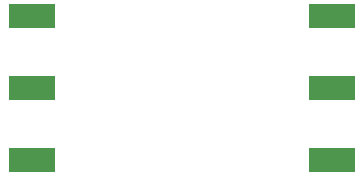
<source format=gbr>
%TF.GenerationSoftware,KiCad,Pcbnew,7.0.9*%
%TF.CreationDate,2024-01-07T22:21:07-08:00*%
%TF.ProjectId,snesypbpr-enhanced,736e6573-7970-4627-9072-2d656e68616e,rev?*%
%TF.SameCoordinates,Original*%
%TF.FileFunction,Paste,Top*%
%TF.FilePolarity,Positive*%
%FSLAX46Y46*%
G04 Gerber Fmt 4.6, Leading zero omitted, Abs format (unit mm)*
G04 Created by KiCad (PCBNEW 7.0.9) date 2024-01-07 22:21:07*
%MOMM*%
%LPD*%
G01*
G04 APERTURE LIST*
%ADD10R,4.000000X2.000000*%
G04 APERTURE END LIST*
D10*
%TO.C,J1*%
X111760000Y-58420000D03*
%TD*%
%TO.C,J3*%
X111760000Y-64516000D03*
%TD*%
%TO.C,J2*%
X111760000Y-70612000D03*
%TD*%
%TO.C,J4*%
X137160000Y-64516000D03*
%TD*%
%TO.C,J5*%
X137160000Y-58420000D03*
%TD*%
%TO.C,J6*%
X137160000Y-70612000D03*
%TD*%
M02*

</source>
